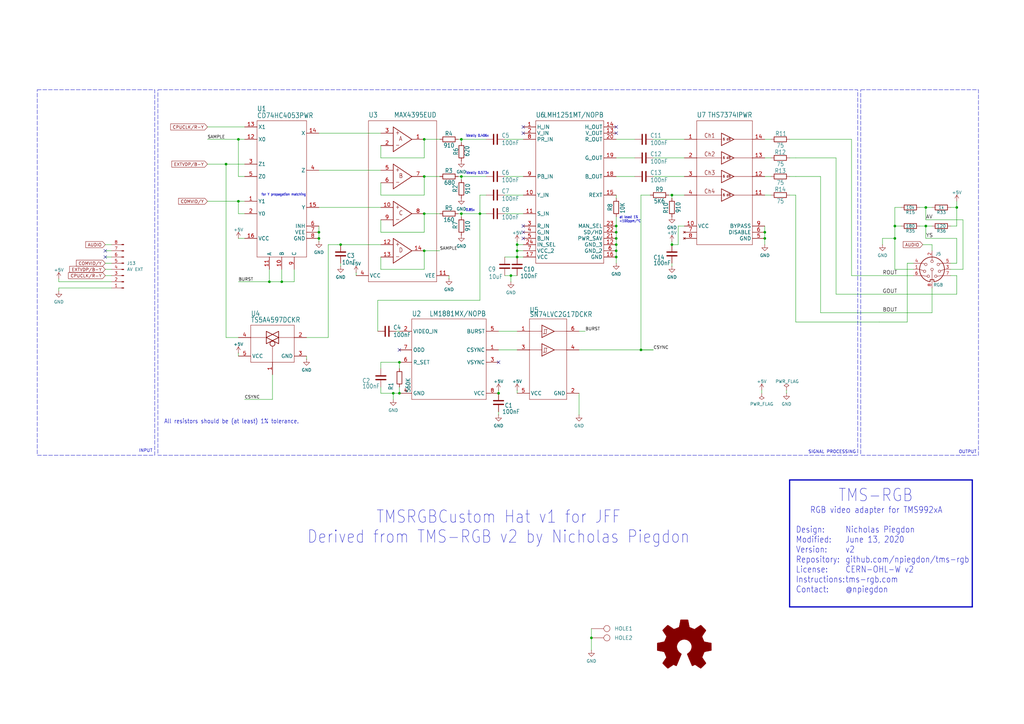
<source format=kicad_sch>
(kicad_sch (version 20250114) (generator "eeschema") (generator_version "9.0")
  (paper "A3")
  (title_block (title "TMSRGBCustom Hat v1 for JFF") (date "2025-07-13") (rev "Build1") (company "Albert Herranz") (comment 1 "CERN-OHL-W v2"))
  (lib_symbols
    (symbol "Connector:Conn_01x08_Pin" (pin_names (offset 1.016) (hide yes))
      (property "Reference" "J" (at 0 10.16 0))
      (property "Value" "Conn_01x08_Pin" (at 0 -12.7 0))
      (symbol "Conn_01x08_Pin_1_1"
        (pin passive line (at 5.08 7.62 180) (length 3.81) (name "Pin_1") (number "1"))
        (pin passive line (at 5.08 5.08 180) (length 3.81) (name "Pin_2") (number "2"))
        (pin passive line (at 5.08 2.54 180) (length 3.81) (name "Pin_3") (number "3"))
        (pin passive line (at 5.08 0 180) (length 3.81) (name "Pin_4") (number "4"))
        (pin passive line (at 5.08 -2.54 180) (length 3.81) (name "Pin_5") (number "5"))
        (pin passive line (at 5.08 -5.08 180) (length 3.81) (name "Pin_6") (number "6"))
        (pin passive line (at 5.08 -7.62 180) (length 3.81) (name "Pin_7") (number "7"))
        (pin passive line (at 5.08 -10.16 180) (length 3.81) (name "Pin_8") (number "8"))
      )
    )
    (symbol "Connector:DIN-8" (pin_names (offset 1.016))
      (property "Reference" "J" (at 3.175 5.715 0))
      (property "Value" "DIN-8" (at 2.032 -5.842 0))
      (symbol "DIN-8_1_1"
        (pin passive line (at -7.62 2.54 0) (length 2.54) (name "~") (number "4"))
        (pin passive line (at -7.62 0 0) (length 2.54) (name "~") (number "1"))
        (pin passive line (at -7.62 -2.54 0) (length 2.54) (name "~") (number "6"))
        (pin passive line (at 0 7.62 270) (length 2.54) (name "~") (number "2"))
        (pin passive line (at 0 -7.62 90) (length 2.54) (name "~") (number "8"))
        (pin passive line (at 7.62 2.54 180) (length 2.54) (name "~") (number "5"))
        (pin passive line (at 7.62 0 180) (length 2.54) (name "~") (number "3"))
        (pin passive line (at 7.62 -2.54 180) (length 2.54) (name "~") (number "7"))
      )
    )
    (symbol "Device:C" (pin_numbers (hide yes)) (pin_names (offset 0.254))
      (property "Reference" "C" (at 0.635 2.54 0))
      (property "Value" "C" (at 0.635 -2.54 0))
      (symbol "C_1_1"
        (pin passive line (at 0 3.81 270) (length 2.794) (name "~") (number "1"))
        (pin passive line (at 0 -3.81 90) (length 2.794) (name "~") (number "2"))
      )
    )
    (symbol "Device:R" (pin_numbers (hide yes)) (pin_names (offset 0))
      (property "Reference" "R" (at 2.032 0 90))
      (property "Value" "R" (at 0 0 90))
      (symbol "R_1_1"
        (pin passive line (at 0 3.81 270) (length 1.27) (name "~") (number "1"))
        (pin passive line (at 0 -3.81 90) (length 1.27) (name "~") (number "2"))
      )
    )
    (symbol "Graphic:Logo_Open_Hardware_Large" (in_bom no) (on_board no))
    (symbol "my_components:HOLE" (pin_numbers (hide yes)) (pin_names (offset 1.016) (hide yes))
      (property "Reference" "HOLE" (at 2.54 0 0))
      (symbol "HOLE_1_1"
        (pin input line (at -6.35 0 0) (length 5.08) (name "~") (number "1"))
      )
    )
    (symbol "power:+5V" (power) (pin_numbers (hide yes)) (pin_names (offset 0) (hide yes))
      (property "Value" "+5V" (at 0 3.556 0))
      (symbol "+5V_1_1"
        (pin power_in line (at 0 0 90) (length 0) (name "~") (number "1"))
      )
    )
    (symbol "power:GND" (power) (pin_numbers (hide yes)) (pin_names (offset 0) (hide yes))
      (property "Value" "GND" (at 0 -3.81 0))
      (symbol "GND_1_1"
        (pin power_in line (at 0 0 270) (length 0) (name "~") (number "1"))
      )
    )
    (symbol "power:PWR_FLAG" (power) (pin_numbers (hide yes)) (pin_names (offset 0) (hide yes))
      (property "Value" "PWR_FLAG" (at 0 3.81 0))
      (symbol "PWR_FLAG_0_0"
        (pin power_out line (at 0 0 90) (length 0) (name "~") (number "1"))
      )
    )
    (symbol "tms-rgb-eagle-import:CD74HC4053PWR"
      (symbol "CD74HC4053PWR_1_0"
        (pin bidirectional line (at -5.08 -2.54 0) (length 5.08) (name "X1") (number "13"))
        (pin bidirectional line (at -5.08 -7.62 0) (length 5.08) (name "X0") (number "12"))
        (pin bidirectional line (at -5.08 -17.78 0) (length 5.08) (name "Z1") (number "3"))
        (pin bidirectional line (at -5.08 -22.86 0) (length 5.08) (name "Z0") (number "5"))
        (pin bidirectional line (at -5.08 -33.02 0) (length 5.08) (name "Y1") (number "1"))
        (pin bidirectional line (at -5.08 -38.1 0) (length 5.08) (name "Y0") (number "2"))
        (pin power_in line (at -5.08 -48.26 0) (length 5.08) (name "VCC") (number "16"))
        (pin input line (at 5.08 -60.96 90) (length 5.08) (name "A") (number "11"))
        (pin input line (at 10.16 -60.96 90) (length 5.08) (name "B") (number "10"))
        (pin input line (at 15.24 -60.96 90) (length 5.08) (name "C") (number "9"))
        (pin bidirectional line (at 25.4 -5.08 180) (length 5.08) (name "X") (number "14"))
        (pin bidirectional line (at 25.4 -20.32 180) (length 5.08) (name "Z") (number "4"))
        (pin bidirectional line (at 25.4 -35.56 180) (length 5.08) (name "Y") (number "15"))
        (pin input line (at 25.4 -43.18 180) (length 5.08) (name "INH") (number "6"))
        (pin power_in line (at 25.4 -45.72 180) (length 5.08) (name "VEE") (number "7"))
        (pin power_in line (at 25.4 -48.26 180) (length 5.08) (name "GND") (number "8"))
      )
    )
    (symbol "tms-rgb-eagle-import:LM1881MX/NOPB"
      (symbol "LM1881MX/NOPB_1_0"
        (pin input line (at -5.08 -5.08 0) (length 5.08) (name "VIDEO_IN") (number "2"))
        (pin output line (at -5.08 -12.7 0) (length 5.08) (name "ODD") (number "7"))
        (pin passive line (at -5.08 -17.78 0) (length 5.08) (name "R_SET") (number "6"))
        (pin power_in line (at -5.08 -30.48 0) (length 5.08) (name "GND") (number "4"))
        (pin output line (at 35.56 -5.08 180) (length 5.08) (name "BURST") (number "5"))
        (pin output line (at 35.56 -12.7 180) (length 5.08) (name "CSYNC") (number "1"))
        (pin output line (at 35.56 -17.78 180) (length 5.08) (name "VSYNC") (number "3"))
        (pin power_in line (at 35.56 -30.48 180) (length 5.08) (name "VCC") (number "8"))
      )
    )
    (symbol "tms-rgb-eagle-import:LMH1251MT/NOPB"
      (symbol "LMH1251MT/NOPB_1_0"
        (pin passive line (at -5.08 -2.54 0) (length 5.08) (name "H_IN") (number "1"))
        (pin passive line (at -5.08 -5.08 0) (length 5.08) (name "V_IN") (number "2"))
        (pin input line (at -5.08 -7.62 0) (length 5.08) (name "PR_IN") (number "8"))
        (pin input line (at -5.08 -22.86 0) (length 5.08) (name "PB_IN") (number "9"))
        (pin input line (at -5.08 -30.48 0) (length 5.08) (name "Y_IN") (number "10"))
        (pin input line (at -5.08 -38.1 0) (length 5.08) (name "S_IN") (number "11"))
        (pin passive line (at -5.08 -43.18 0) (length 5.08) (name "R_IN") (number "3"))
        (pin passive line (at -5.08 -45.72 0) (length 5.08) (name "G_IN") (number "4"))
        (pin passive line (at -5.08 -48.26 0) (length 5.08) (name "B_IN") (number "5"))
        (pin input line (at -5.08 -50.8 0) (length 5.08) (name "IN_SEL") (number "24"))
        (pin passive line (at -5.08 -53.34 0) (length 5.08) (name "VCC_2") (number "7"))
        (pin passive line (at -5.08 -55.88 0) (length 5.08) (name "VCC") (number "17"))
        (pin output line (at 33.02 -2.54 180) (length 5.08) (name "H_OUT") (number "14"))
        (pin output line (at 33.02 -5.08 180) (length 5.08) (name "V_OUT") (number "13"))
        (pin output line (at 33.02 -7.62 180) (length 5.08) (name "R_OUT") (number "20"))
        (pin output line (at 33.02 -15.24 180) (length 5.08) (name "G_OUT") (number "19"))
        (pin output line (at 33.02 -22.86 180) (length 5.08) (name "B_OUT") (number "18"))
        (pin passive line (at 33.02 -30.48 180) (length 5.08) (name "REXT") (number "15"))
        (pin input line (at 33.02 -43.18 180) (length 5.08) (name "MAN_SEL") (number "23"))
        (pin input line (at 33.02 -45.72 180) (length 5.08) (name "SD/HD") (number "22"))
        (pin input line (at 33.02 -48.26 180) (length 5.08) (name "PWR_SAV") (number "21"))
        (pin passive line (at 33.02 -50.8 180) (length 5.08) (name "GND_3") (number "12"))
        (pin passive line (at 33.02 -53.34 180) (length 5.08) (name "GND_2") (number "6"))
        (pin passive line (at 33.02 -55.88 180) (length 5.08) (name "GND") (number "16"))
      )
    )
    (symbol "tms-rgb-eagle-import:MAX4395EUD"
      (symbol "MAX4395EUD_1_0"
        (text "+" (at 10.922 -5.842 0) (effects (font (size 1.778 1.5113)) (justify left bottom)))
        (text "−" (at 10.922 -10.922 0) (effects (font (size 1.778 1.5113)) (justify left bottom)))
        (text "+" (at 10.922 -21.082 0) (effects (font (size 1.778 1.5113)) (justify left bottom)))
        (text "−" (at 10.922 -26.162 0) (effects (font (size 1.778 1.5113)) (justify left bottom)))
        (text "+" (at 10.922 -36.322 0) (effects (font (size 1.778 1.5113)) (justify left bottom)))
        (text "−" (at 10.922 -41.402 0) (effects (font (size 1.778 1.5113)) (justify left bottom)))
        (text "+" (at 10.922 -51.562 0) (effects (font (size 1.778 1.5113)) (justify left bottom)))
        (text "−" (at 10.922 -56.642 0) (effects (font (size 1.778 1.5113)) (justify left bottom)))
        (text "A" (at 12.446 -8.382 0) (effects (font (size 1.778 1.5113)) (justify left bottom)))
        (text "B" (at 12.446 -23.622 0) (effects (font (size 1.778 1.5113)) (justify left bottom)))
        (text "C" (at 12.446 -38.862 0) (effects (font (size 1.778 1.5113)) (justify left bottom)))
        (text "D" (at 12.446 -54.102 0) (effects (font (size 1.778 1.5113)) (justify left bottom)))
        (pin power_in line (at -5.08 -63.5 0) (length 5.08) (name "VCC") (number "4"))
        (pin input line (at 5.08 -5.08 0) (length 5.08) (name "A+") (number "3"))
        (pin input line (at 5.08 -10.16 0) (length 5.08) (name "A-") (number "2"))
        (pin input line (at 5.08 -20.32 0) (length 5.08) (name "B+") (number "5"))
        (pin input line (at 5.08 -25.4 0) (length 5.08) (name "B-") (number "6"))
        (pin input line (at 5.08 -35.56 0) (length 5.08) (name "C+") (number "10"))
        (pin input line (at 5.08 -40.64 0) (length 5.08) (name "C-") (number "9"))
        (pin input line (at 5.08 -50.8 0) (length 5.08) (name "D+") (number "12"))
        (pin input line (at 5.08 -55.88 0) (length 5.08) (name "D-") (number "13"))
        (pin output line (at 22.86 -7.62 180) (length 5.08) (name "A") (number "1"))
        (pin output line (at 22.86 -22.86 180) (length 5.08) (name "B") (number "7"))
        (pin output line (at 22.86 -38.1 180) (length 5.08) (name "C") (number "8"))
        (pin output line (at 22.86 -53.34 180) (length 5.08) (name "D") (number "14"))
        (pin power_in line (at 33.02 -63.5 180) (length 5.08) (name "VEE") (number "11"))
      )
    )
    (symbol "tms-rgb-eagle-import:SN74LVC2G17DCKR"
      (symbol "SN74LVC2G17DCKR_1_0"
        (pin input line (at -5.08 -5.08 0) (length 5.08) (name "1A") (number "1"))
        (pin input line (at -5.08 -12.7 0) (length 5.08) (name "2A") (number "3"))
        (pin power_in line (at -5.08 -30.48 0) (length 5.08) (name "VCC") (number "5"))
        (pin output line (at 20.32 -5.08 180) (length 5.08) (name "1Y") (number "6"))
        (pin output line (at 20.32 -12.7 180) (length 5.08) (name "2Y") (number "4"))
        (pin power_in line (at 20.32 -30.48 180) (length 5.08) (name "GND") (number "2"))
      )
    )
    (symbol "tms-rgb-eagle-import:THS7374IPWR"
      (symbol "THS7374IPWR_1_0"
        (text "Ch1" (at 3.048 -7.112 0) (effects (font (size 1.778 1.5113)) (justify left bottom)))
        (text "Ch2" (at 3.048 -14.732 0) (effects (font (size 1.778 1.5113)) (justify left bottom)))
        (text "Ch3" (at 3.048 -22.352 0) (effects (font (size 1.778 1.5113)) (justify left bottom)))
        (text "Ch4" (at 3.048 -29.972 0) (effects (font (size 1.778 1.5113)) (justify left bottom)))
        (text "6 dB" (at 10.668 -8.128 0) (effects (font (size 1.016 0.8636)) (justify left bottom)))
        (text "6 dB" (at 10.668 -15.748 0) (effects (font (size 1.016 0.8636)) (justify left bottom)))
        (text "6 dB" (at 10.668 -23.368 0) (effects (font (size 1.016 0.8636)) (justify left bottom)))
        (text "6 dB" (at 10.668 -30.988 0) (effects (font (size 1.016 0.8636)) (justify left bottom)))
        (pin input line (at -5.08 -7.62 0) (length 5.08) (name "CH1IN") (number "1"))
        (pin input line (at -5.08 -15.24 0) (length 5.08) (name "CH2IN") (number "2"))
        (pin input line (at -5.08 -22.86 0) (length 5.08) (name "CH3IN") (number "3"))
        (pin input line (at -5.08 -30.48 0) (length 5.08) (name "CH4IN") (number "4"))
        (pin power_in line (at -5.08 -43.18 0) (length 5.08) (name "VCC") (number "10"))
        (pin no_connect line (at -5.08 -45.72 0) (length 5.08) (name "NC_2") (number "7"))
        (pin no_connect line (at -5.08 -48.26 0) (length 5.08) (name "NC") (number "8"))
        (pin output line (at 27.94 -7.62 180) (length 5.08) (name "CH1OUT") (number "14"))
        (pin output line (at 27.94 -15.24 180) (length 5.08) (name "CH2OUT") (number "13"))
        (pin output line (at 27.94 -22.86 180) (length 5.08) (name "CH3OUT") (number "12"))
        (pin output line (at 27.94 -30.48 180) (length 5.08) (name "CH4OUT") (number "11"))
        (pin passive line (at 27.94 -43.18 180) (length 5.08) (name "BYPASS") (number "9"))
        (pin passive line (at 27.94 -45.72 180) (length 5.08) (name "DISABLE") (number "6"))
        (pin power_in line (at 27.94 -48.26 180) (length 5.08) (name "GND") (number "5"))
      )
    )
    (symbol "tms-rgb-eagle-import:TS5A4597DCKR"
      (symbol "TS5A4597DCKR_1_0"
        (pin passive line (at -5.08 -5.08 0) (length 5.08) (name "NC") (number "4"))
        (pin power_in line (at -5.08 -12.7 0) (length 5.08) (name "VCC") (number "5"))
        (pin input line (at 8.89 -20.32 90) (length 5.08) (name "IN") (number "1"))
        (pin passive line (at 22.86 -5.08 180) (length 5.08) (name "COM") (number "2"))
        (pin power_in line (at 22.86 -12.7 180) (length 5.08) (name "GND") (number "3"))
      )
    )
  )
  (rectangle (start 15.24 36.83) (end 63.5 186.69) (stroke (width 0) (type dash)))
  (rectangle (start 64.77 36.83) (end 351.79 186.69) (stroke (width 0) (type dash)))
  (rectangle (start 353.06 36.83) (end 401.32 186.69) (stroke (width 0) (type dash)))
  (text "for Y propagation matching" (at 107.188 80.518 0) (effects (font (size 1.016 0.8636)) (justify left bottom)))
  (text "${TITLE}\nDerived from TMS-RGB v2 by Nicholas Piegdon" (at 204.47 223.266 0) (effects (font (size 5.08 4.318)) (justify bottom)))
  (text "OUTPUT" (at 393.192 186.182 0) (effects (font (size 1.27 1.27)) (justify left bottom)))
  (text "at least 1%\n<100ppm/°C" (at 254 91.44 0) (effects (font (size 1.016 0.8636)) (justify left bottom)))
  (text "TMS-RGB" (at 359.156 206.248 0) (effects (font (size 5.08 4.318)) (justify bottom)))
  (text "ideally 0.573x" (at 191.008 71.628 0) (effects (font (size 1.016 0.8636)) (justify left bottom)))
  (text "SIGNAL PROCESSING" (at 331.47 186.182 0) (effects (font (size 1.27 1.27)) (justify left bottom)))
  (text "Nicholas Piegdon\nJune 13, 2020\nv2\ngithub.com/npiegdon/tms-rgb\nCERN-OHL-W v2\ntms-rgb.com\n@npiegdon" (at 346.71 215.9 0) (effects (font (size 2.54 2.159)) (justify left top)))
  (text "All resistors should be (at least) 1% tolerance." (at 67.31 173.99 0) (effects (font (size 1.778 1.5113)) (justify left bottom)))
  (text "RGB video adapter for TMS992xA" (at 359.41 210.82 0) (effects (font (size 2.54 2.159)) (justify bottom)))
  (text "Design:\nModified:\nVersion:\nRepository:\nLicense:\nInstructions:\nContact:" (at 326.39 215.9 0) (effects (font (size 2.54 2.159)) (justify left top)))
  (text "0.85x" (at 191.008 86.868 0) (effects (font (size 1.016 0.8636)) (justify left bottom)))
  (text "ideally 0.406x" (at 191.008 56.388 0) (effects (font (size 1.016 0.8636)) (justify left bottom)))
  (text "INPUT" (at 56.896 185.674 0) (effects (font (size 1.27 1.27)) (justify left bottom)))
  (junction (at 313.69 97.79))
  (junction (at 130.81 97.79))
  (junction (at 97.79 82.55))
  (junction (at 252.73 92.71))
  (junction (at 139.7 100.33))
  (junction (at 367.03 97.79))
  (junction (at 173.99 87.63))
  (junction (at 189.23 72.39))
  (junction (at 92.71 67.31))
  (junction (at 379.73 92.71))
  (junction (at 252.73 97.79))
  (junction (at 110.49 115.57))
  (junction (at 173.99 102.87))
  (junction (at 242.57 261.62))
  (junction (at 130.81 95.25))
  (junction (at 392.43 85.09))
  (junction (at 163.83 161.29))
  (junction (at 196.85 87.63))
  (junction (at 212.09 100.33))
  (junction (at 204.47 161.29))
  (junction (at 161.29 161.29))
  (junction (at 313.69 95.25))
  (junction (at 173.99 57.15))
  (junction (at 275.59 80.01))
  (junction (at 252.73 95.25))
  (junction (at 379.73 85.09))
  (junction (at 252.73 102.87))
  (junction (at 212.09 102.87))
  (junction (at 367.03 92.71))
  (junction (at 209.55 113.03))
  (junction (at 212.09 105.41))
  (junction (at 262.89 143.51))
  (junction (at 173.99 72.39))
  (junction (at 275.59 100.33))
  (junction (at 115.57 115.57))
  (junction (at 163.83 148.59))
  (junction (at 97.79 57.15))
  (junction (at 189.23 87.63))
  (junction (at 252.73 100.33))
  (junction (at 189.23 57.15))
  (junction (at 252.73 105.41))
  (no_connect (at 252.73 52.07))
  (no_connect (at 43.18 102.87))
  (no_connect (at 214.63 54.61))
  (no_connect (at 214.63 95.25))
  (no_connect (at 214.63 92.71))
  (no_connect (at 252.73 54.61))
  (no_connect (at 43.18 105.41))
  (no_connect (at 163.83 143.51))
  (no_connect (at 204.47 148.59))
  (no_connect (at 214.63 52.07))
  (no_connect (at 214.63 97.79))
  (wire (pts (xy 252.73 100.33) (xy 252.73 102.87)) (stroke (width 0.1524)))
  (wire (pts (xy 85.09 52.07) (xy 100.33 52.07)) (stroke (width 0.1524)))
  (wire (pts (xy 382.27 100.33) (xy 382.27 102.87)))
  (wire (pts (xy 252.73 97.79) (xy 252.73 100.33)) (stroke (width 0.1524)))
  (wire (pts (xy 187.96 57.15) (xy 189.23 57.15)) (stroke (width 0.1524)))
  (wire (pts (xy 100.33 72.39) (xy 97.79 72.39)) (stroke (width 0.1524)))
  (wire (pts (xy 349.25 57.15) (xy 349.25 113.03)) (stroke (width 0.1524)))
  (wire (pts (xy 389.89 107.95) (xy 392.43 107.95)))
  (wire (pts (xy 275.59 80.01) (xy 280.67 80.01)) (stroke (width 0.1524)))
  (wire (pts (xy 24.13 115.57) (xy 45.72 115.57)))
  (wire (pts (xy 367.03 110.49) (xy 367.03 97.79)))
  (wire (pts (xy 267.97 143.51) (xy 262.89 143.51)))
  (wire (pts (xy 154.94 123.19) (xy 154.94 135.89)) (stroke (width 0.1524)))
  (wire (pts (xy 187.96 87.63) (xy 189.23 87.63)) (stroke (width 0.1524)))
  (wire (pts (xy 189.23 88.9) (xy 189.23 87.63)) (stroke (width 0.1524)))
  (wire (pts (xy 252.73 102.87) (xy 252.73 105.41)) (stroke (width 0.1524)))
  (wire (pts (xy 207.01 113.03) (xy 209.55 113.03)) (stroke (width 0.1524)))
  (wire (pts (xy 392.43 85.09) (xy 392.43 92.71)))
  (wire (pts (xy 360.68 132.08) (xy 372.11 132.08)))
  (wire (pts (xy 173.99 87.63) (xy 180.34 87.63)) (stroke (width 0.1524)))
  (wire (pts (xy 262.89 80.01) (xy 262.89 143.51)) (stroke (width 0.1524)))
  (wire (pts (xy 394.97 110.49) (xy 394.97 90.17)))
  (wire (pts (xy 212.09 100.33) (xy 212.09 102.87)) (stroke (width 0.1524)))
  (wire (pts (xy 313.69 100.33) (xy 313.69 97.79)))
  (wire (pts (xy 130.81 95.25) (xy 130.81 92.71)) (stroke (width 0.1524)))
  (polyline (pts (xy 398.78 248.92) (xy 398.78 196.85)) (stroke (width 0.508) (type solid)))
  (wire (pts (xy 377.19 92.71) (xy 379.73 92.71)))
  (wire (pts (xy 173.99 57.15) (xy 180.34 57.15)) (stroke (width 0.1524)))
  (wire (pts (xy 24.13 118.11) (xy 24.13 119.38)))
  (wire (pts (xy 342.9 64.77) (xy 326.39 64.77)))
  (wire (pts (xy 196.85 87.63) (xy 196.85 123.19)) (stroke (width 0.1524)))
  (wire (pts (xy 379.73 97.79) (xy 392.43 97.79)))
  (wire (pts (xy 97.79 97.79) (xy 100.33 97.79)))
  (wire (pts (xy 156.21 80.01) (xy 173.99 80.01)) (stroke (width 0.1524)))
  (wire (pts (xy 43.18 105.41) (xy 45.72 105.41)))
  (wire (pts (xy 312.42 161.29) (xy 312.42 160.02)))
  (wire (pts (xy 100.33 163.83) (xy 111.76 163.83)) (stroke (width 0.1524)))
  (wire (pts (xy 130.81 54.61) (xy 156.21 54.61)) (stroke (width 0.1524)))
  (wire (pts (xy 275.59 81.28) (xy 275.59 80.01)) (stroke (width 0.1524)))
  (wire (pts (xy 24.13 115.57) (xy 24.13 114.3)))
  (wire (pts (xy 326.39 132.08) (xy 360.68 132.08)) (stroke (width 0.1524)))
  (wire (pts (xy 115.57 115.57) (xy 120.65 115.57)) (stroke (width 0.1524)))
  (wire (pts (xy 212.09 105.41) (xy 207.01 105.41)) (stroke (width 0.1524)))
  (wire (pts (xy 379.73 90.17) (xy 379.73 85.09)))
  (wire (pts (xy 342.9 120.65) (xy 342.9 64.77)))
  (wire (pts (xy 189.23 57.15) (xy 199.39 57.15)) (stroke (width 0.1524)))
  (wire (pts (xy 262.89 143.51) (xy 237.49 143.51)) (stroke (width 0.1524)))
  (wire (pts (xy 252.73 95.25) (xy 252.73 97.79)) (stroke (width 0.1524)))
  (wire (pts (xy 275.59 99.06) (xy 275.59 100.33)))
  (wire (pts (xy 361.95 97.79) (xy 361.95 100.33)))
  (wire (pts (xy 378.46 100.33) (xy 382.27 100.33)))
  (wire (pts (xy 184.15 114.3) (xy 184.15 113.03)))
  (wire (pts (xy 372.11 107.95) (xy 372.11 132.08)))
  (wire (pts (xy 43.18 102.87) (xy 45.72 102.87)))
  (wire (pts (xy 92.71 67.31) (xy 100.33 67.31)) (stroke (width 0.1524)))
  (wire (pts (xy 173.99 95.25) (xy 173.99 87.63)) (stroke (width 0.1524)))
  (wire (pts (xy 367.03 97.79) (xy 361.95 97.79)))
  (wire (pts (xy 156.21 64.77) (xy 173.99 64.77)) (stroke (width 0.1524)))
  (wire (pts (xy 252.73 57.15) (xy 260.35 57.15)) (stroke (width 0.1524)))
  (wire (pts (xy 43.18 107.95) (xy 45.72 107.95)))
  (wire (pts (xy 392.43 113.03) (xy 392.43 120.65)))
  (wire (pts (xy 97.79 87.63) (xy 100.33 87.63)) (stroke (width 0.1524)))
  (wire (pts (xy 207.01 72.39) (xy 214.63 72.39)) (stroke (width 0.1524)))
  (wire (pts (xy 97.79 57.15) (xy 97.79 72.39)) (stroke (width 0.1524)))
  (wire (pts (xy 316.23 80.01) (xy 313.69 80.01)) (stroke (width 0.1524)))
  (wire (pts (xy 97.79 115.57) (xy 110.49 115.57)) (stroke (width 0.1524)))
  (wire (pts (xy 336.55 128.27) (xy 336.55 72.39)))
  (wire (pts (xy 237.49 170.18) (xy 237.49 161.29)))
  (wire (pts (xy 156.21 161.29) (xy 161.29 161.29)) (stroke (width 0.1524)))
  (wire (pts (xy 85.09 57.15) (xy 97.79 57.15)) (stroke (width 0.1524)))
  (wire (pts (xy 316.23 64.77) (xy 313.69 64.77)) (stroke (width 0.1524)))
  (wire (pts (xy 278.13 100.33) (xy 275.59 100.33)) (stroke (width 0.1524)))
  (wire (pts (xy 156.21 59.69) (xy 156.21 64.77)) (stroke (width 0.1524)))
  (wire (pts (xy 43.18 100.33) (xy 45.72 100.33)))
  (wire (pts (xy 209.55 115.57) (xy 209.55 113.03)))
  (wire (pts (xy 163.83 151.13) (xy 163.83 148.59)) (stroke (width 0.1524)))
  (wire (pts (xy 97.79 82.55) (xy 97.79 87.63)) (stroke (width 0.1524)))
  (wire (pts (xy 389.89 92.71) (xy 392.43 92.71)))
  (wire (pts (xy 278.13 92.71) (xy 278.13 100.33)) (stroke (width 0.1524)))
  (wire (pts (xy 156.21 148.59) (xy 156.21 151.13)) (stroke (width 0.1524)))
  (wire (pts (xy 369.57 85.09) (xy 367.03 85.09)))
  (polyline (pts (xy 398.78 196.85) (xy 323.85 196.85)) (stroke (width 0.508) (type solid)))
  (wire (pts (xy 85.09 67.31) (xy 92.71 67.31)) (stroke (width 0.1524)))
  (wire (pts (xy 252.73 107.95) (xy 252.73 105.41)))
  (wire (pts (xy 204.47 143.51) (xy 212.09 143.51)) (stroke (width 0.1524)))
  (wire (pts (xy 266.7 80.01) (xy 262.89 80.01)) (stroke (width 0.1524)))
  (wire (pts (xy 130.81 85.09) (xy 156.21 85.09)) (stroke (width 0.1524)))
  (wire (pts (xy 156.21 74.93) (xy 156.21 80.01)) (stroke (width 0.1524)))
  (wire (pts (xy 163.83 148.59) (xy 156.21 148.59)) (stroke (width 0.1524)))
  (wire (pts (xy 207.01 57.15) (xy 214.63 57.15)) (stroke (width 0.1524)))
  (wire (pts (xy 161.29 161.29) (xy 161.29 163.83)) (stroke (width 0.1524)))
  (wire (pts (xy 97.79 144.78) (xy 97.79 146.05)))
  (wire (pts (xy 138.43 100.33) (xy 139.7 100.33)))
  (wire (pts (xy 146.05 111.76) (xy 146.05 113.03)))
  (wire (pts (xy 326.39 80.01) (xy 323.85 80.01)) (stroke (width 0.1524)))
  (wire (pts (xy 189.23 58.42) (xy 189.23 57.15)) (stroke (width 0.1524)))
  (wire (pts (xy 156.21 90.17) (xy 156.21 95.25)) (stroke (width 0.1524)))
  (wire (pts (xy 187.96 72.39) (xy 189.23 72.39)) (stroke (width 0.1524)))
  (wire (pts (xy 196.85 80.01) (xy 196.85 87.63)) (stroke (width 0.1524)))
  (wire (pts (xy 252.73 81.28) (xy 252.73 80.01)) (stroke (width 0.1524)))
  (wire (pts (xy 173.99 80.01) (xy 173.99 72.39)) (stroke (width 0.1524)))
  (polyline (pts (xy 323.85 248.92) (xy 398.78 248.92)) (stroke (width 0.508) (type solid)))
  (wire (pts (xy 97.79 57.15) (xy 100.33 57.15)) (stroke (width 0.1524)))
  (wire (pts (xy 394.97 90.17) (xy 379.73 90.17)))
  (wire (pts (xy 130.81 97.79) (xy 130.81 95.25)) (stroke (width 0.1524)))
  (wire (pts (xy 125.73 147.32) (xy 125.73 146.05)))
  (wire (pts (xy 196.85 123.19) (xy 154.94 123.19)) (stroke (width 0.1524)))
  (wire (pts (xy 139.7 109.22) (xy 139.7 107.95)))
  (wire (pts (xy 173.99 102.87) (xy 180.34 102.87)) (stroke (width 0.1524)))
  (wire (pts (xy 134.62 100.33) (xy 138.43 100.33)) (stroke (width 0.1524)))
  (wire (pts (xy 207.01 80.01) (xy 214.63 80.01)) (stroke (width 0.1524)))
  (wire (pts (xy 313.69 95.25) (xy 313.69 92.71)) (stroke (width 0.1524)))
  (wire (pts (xy 252.73 92.71) (xy 252.73 95.25)) (stroke (width 0.1524)))
  (wire (pts (xy 242.57 257.81) (xy 242.57 261.62)))
  (wire (pts (xy 209.55 113.03) (xy 212.09 113.03)) (stroke (width 0.1524)))
  (wire (pts (xy 212.09 102.87) (xy 212.09 105.41)) (stroke (width 0.1524)))
  (wire (pts (xy 242.57 261.62) (xy 242.57 266.7)))
  (wire (pts (xy 252.73 88.9) (xy 252.73 92.71)) (stroke (width 0.1524)))
  (wire (pts (xy 336.55 72.39) (xy 326.39 72.39)))
  (wire (pts (xy 326.39 72.39) (xy 323.85 72.39)) (stroke (width 0.1524)))
  (wire (pts (xy 275.59 109.22) (xy 275.59 107.95)))
  (wire (pts (xy 110.49 110.49) (xy 110.49 115.57)) (stroke (width 0.1524)))
  (wire (pts (xy 369.57 92.71) (xy 367.03 92.71)))
  (wire (pts (xy 262.89 143.51) (xy 267.97 143.51)) (stroke (width 0.1524)))
  (wire (pts (xy 280.67 92.71) (xy 278.13 92.71)) (stroke (width 0.1524)))
  (wire (pts (xy 212.09 102.87) (xy 214.63 102.87)) (stroke (width 0.1524)))
  (wire (pts (xy 24.13 118.11) (xy 45.72 118.11)))
  (wire (pts (xy 92.71 67.31) (xy 92.71 138.43)) (stroke (width 0.1524)))
  (wire (pts (xy 43.18 113.03) (xy 45.72 113.03)))
  (wire (pts (xy 111.76 163.83) (xy 111.76 153.67)) (stroke (width 0.1524)))
  (wire (pts (xy 156.21 105.41) (xy 156.21 110.49)) (stroke (width 0.1524)))
  (wire (pts (xy 336.55 128.27) (xy 382.27 128.27)))
  (wire (pts (xy 196.85 87.63) (xy 199.39 87.63)) (stroke (width 0.1524)))
  (wire (pts (xy 163.83 161.29) (xy 161.29 161.29)) (stroke (width 0.1524)))
  (wire (pts (xy 367.03 92.71) (xy 367.03 97.79)))
  (wire (pts (xy 349.25 113.03) (xy 374.65 113.03)))
  (wire (pts (xy 120.65 110.49) (xy 120.65 115.57)) (stroke (width 0.1524)))
  (wire (pts (xy 97.79 82.55) (xy 100.33 82.55)) (stroke (width 0.1524)))
  (wire (pts (xy 389.89 110.49) (xy 394.97 110.49)))
  (wire (pts (xy 212.09 105.41) (xy 214.63 105.41)) (stroke (width 0.1524)))
  (wire (pts (xy 379.73 92.71) (xy 382.27 92.71)))
  (wire (pts (xy 207.01 87.63) (xy 214.63 87.63)) (stroke (width 0.1524)))
  (wire (pts (xy 156.21 110.49) (xy 173.99 110.49)) (stroke (width 0.1524)))
  (wire (pts (xy 173.99 64.77) (xy 173.99 57.15)) (stroke (width 0.1524)))
  (wire (pts (xy 156.21 95.25) (xy 173.99 95.25)) (stroke (width 0.1524)))
  (wire (pts (xy 342.9 120.65) (xy 392.43 120.65)))
  (wire (pts (xy 374.65 107.95) (xy 372.11 107.95)))
  (wire (pts (xy 379.73 85.09) (xy 377.19 85.09)))
  (wire (pts (xy 92.71 138.43) (xy 97.79 138.43)) (stroke (width 0.1524)))
  (wire (pts (xy 313.69 97.79) (xy 313.69 95.25)) (stroke (width 0.1524)))
  (wire (pts (xy 367.03 85.09) (xy 367.03 92.71)))
  (wire (pts (xy 389.89 85.09) (xy 392.43 85.09)))
  (wire (pts (xy 204.47 161.29) (xy 204.47 160.02)))
  (wire (pts (xy 204.47 170.18) (xy 204.47 168.91)))
  (wire (pts (xy 162.56 135.89) (xy 163.83 135.89)) (stroke (width 0.1524)))
  (wire (pts (xy 379.73 85.09) (xy 382.27 85.09)))
  (wire (pts (xy 130.81 99.06) (xy 130.81 97.79)))
  (wire (pts (xy 134.62 100.33) (xy 134.62 138.43)) (stroke (width 0.1524)))
  (wire (pts (xy 392.43 82.55) (xy 392.43 85.09)))
  (wire (pts (xy 189.23 87.63) (xy 196.85 87.63)) (stroke (width 0.1524)))
  (wire (pts (xy 173.99 110.49) (xy 173.99 102.87)) (stroke (width 0.1524)))
  (wire (pts (xy 326.39 80.01) (xy 326.39 132.08)) (stroke (width 0.1524)))
  (wire (pts (xy 316.23 72.39) (xy 313.69 72.39)) (stroke (width 0.1524)))
  (wire (pts (xy 199.39 80.01) (xy 196.85 80.01)) (stroke (width 0.1524)))
  (wire (pts (xy 323.85 57.15) (xy 349.25 57.15)) (stroke (width 0.1524)))
  (wire (pts (xy 189.23 73.66) (xy 189.23 72.39)) (stroke (width 0.1524)))
  (wire (pts (xy 316.23 57.15) (xy 313.69 57.15)) (stroke (width 0.1524)))
  (wire (pts (xy 139.7 100.33) (xy 156.21 100.33)) (stroke (width 0.1524)))
  (wire (pts (xy 237.49 135.89) (xy 240.03 135.89)) (stroke (width 0.1524)))
  (wire (pts (xy 379.73 92.71) (xy 379.73 97.79)))
  (wire (pts (xy 110.49 115.57) (xy 115.57 115.57)) (stroke (width 0.1524)))
  (wire (pts (xy 130.81 69.85) (xy 156.21 69.85)) (stroke (width 0.1524)))
  (wire (pts (xy 85.09 82.55) (xy 97.79 82.55)) (stroke (width 0.1524)))
  (wire (pts (xy 115.57 115.57) (xy 115.57 110.49)) (stroke (width 0.1524)))
  (wire (pts (xy 392.43 97.79) (xy 392.43 107.95)))
  (wire (pts (xy 156.21 161.29) (xy 156.21 158.75)) (stroke (width 0.1524)))
  (wire (pts (xy 163.83 158.75) (xy 163.83 161.29)) (stroke (width 0.1524)))
  (wire (pts (xy 389.89 113.03) (xy 392.43 113.03)))
  (wire (pts (xy 134.62 138.43) (xy 125.73 138.43)) (stroke (width 0.1524)))
  (wire (pts (xy 204.47 135.89) (xy 212.09 135.89)) (stroke (width 0.1524)))
  (wire (pts (xy 173.99 72.39) (xy 180.34 72.39)) (stroke (width 0.1524)))
  (wire (pts (xy 267.97 64.77) (xy 280.67 64.77)) (stroke (width 0.1524)))
  (wire (pts (xy 374.65 110.49) (xy 367.03 110.49)))
  (wire (pts (xy 252.73 72.39) (xy 260.35 72.39)) (stroke (width 0.1524)))
  (wire (pts (xy 212.09 160.02) (xy 212.09 161.29)))
  (wire (pts (xy 274.32 80.01) (xy 275.59 80.01)) (stroke (width 0.1524)))
  (polyline (pts (xy 323.85 196.85) (xy 323.85 248.92)) (stroke (width 0.508) (type solid)))
  (wire (pts (xy 212.09 99.06) (xy 212.09 100.33)))
  (wire (pts (xy 382.27 118.11) (xy 382.27 128.27)))
  (wire (pts (xy 322.58 160.02) (xy 322.58 161.29)))
  (wire (pts (xy 267.97 57.15) (xy 280.67 57.15)) (stroke (width 0.1524)))
  (wire (pts (xy 214.63 100.33) (xy 212.09 100.33)) (stroke (width 0.1524)))
  (wire (pts (xy 326.39 64.77) (xy 323.85 64.77)) (stroke (width 0.1524)))
  (wire (pts (xy 267.97 72.39) (xy 280.67 72.39)) (stroke (width 0.1524)))
  (wire (pts (xy 189.23 72.39) (xy 199.39 72.39)) (stroke (width 0.1524)))
  (wire (pts (xy 252.73 64.77) (xy 260.35 64.77)) (stroke (width 0.1524)))
  (wire (pts (xy 43.18 110.49) (xy 45.72 110.49)))
  (label "SAMPLE" (at 85.09 57.15 0) (effects (font (size 1.2446 1.2446))))
  (label "BURST" (at 97.79 115.57 0) (effects (font (size 1.2446 1.2446))))
  (label "ROUT" (at 361.95 113.03 0) (effects (font (size 1.524 1.524))))
  (label "BOUT" (at 361.95 128.27 0) (effects (font (size 1.524 1.524))))
  (label "SAMPLE" (at 180.34 102.87 0) (effects (font (size 1.2446 1.2446))))
  (label "BURST" (at 240.03 135.89 0) (effects (font (size 1.2446 1.2446))))
  (label "AV" (at 379.73 90.17 0) (effects (font (size 1.524 1.524))))
  (label "GOUT" (at 361.95 120.65 0) (effects (font (size 1.524 1.524))))
  (label "CSYNC" (at 267.97 143.51 0) (effects (font (size 1.2446 1.2446))))
  (label "YS" (at 379.73 97.79 0) (effects (font (size 1.524 1.524))))
  (label "CSYNC" (at 100.33 163.83 0) (effects (font (size 1.2446 1.2446))))
  (global_label "AUDIO" (shape input) (at 378.46 100.33 180) (property "Intersheetrefs" "${INTERSHEET_REFS}" (effects (hide yes))))
  (global_label "EXTVDP{slash}B-Y" (shape input) (at 85.09 67.31 180) (property "Intersheetrefs" "${INTERSHEET_REFS}" (effects (hide yes))))
  (global_label "EXTVDP{slash}B-Y" (shape input) (at 43.18 110.49 180) (property "Intersheetrefs" "${INTERSHEET_REFS}" (effects (hide yes))))
  (global_label "COMVID{slash}Y" (shape input) (at 85.09 82.55 180) (property "Intersheetrefs" "${INTERSHEET_REFS}" (effects (hide yes))))
  (global_label "AUDIO" (shape input) (at 43.18 100.33 180) (property "Intersheetrefs" "${INTERSHEET_REFS}" (effects (hide yes))))
  (global_label "COMVID{slash}Y" (shape input) (at 43.18 107.95 180) (property "Intersheetrefs" "${INTERSHEET_REFS}" (effects (hide yes))))
  (global_label "CPUCLK{slash}R-Y" (shape input) (at 43.18 113.03 180) (property "Intersheetrefs" "${INTERSHEET_REFS}" (effects (hide yes))))
  (global_label "CPUCLK{slash}R-Y" (shape input) (at 85.09 52.07 180) (property "Intersheetrefs" "${INTERSHEET_REFS}" (effects (hide yes))))
  (symbol (lib_id "Device:R") (at 386.08 85.09 90) (mirror x) (unit 1)
    (property "Reference" "R33" (at 386.08 87.122 90))
    (property "Value" "1k" (at 386.08 85.09 90))
    (property "Footprint" "Resistor_SMD:R_0805_2012Metric_Pad1.20x1.40mm_HandSolder" (effects (hide yes)))
  )
  (symbol (lib_id "Device:R") (at 373.38 92.71 90) (mirror x) (unit 1)
    (property "Reference" "R35" (at 373.38 94.742 90))
    (property "Value" "180" (at 373.38 92.71 90))
    (property "Footprint" "Resistor_SMD:R_0805_2012Metric_Pad1.20x1.40mm_HandSolder" (effects (hide yes)))
  )
  (symbol (lib_id "Device:R") (at 386.08 92.71 90) (mirror x) (unit 1)
    (property "Reference" "R36" (at 386.08 94.742 90))
    (property "Value" "120" (at 386.08 92.71 90))
    (property "Footprint" "Resistor_SMD:R_0805_2012Metric_Pad1.20x1.40mm_HandSolder" (effects (hide yes)))
  )
  (symbol (lib_id "Connector:DIN-8") (at 382.27 110.49 0) (unit 1)
    (property "Reference" "J5" (at 384.81 104.14 0))
    (property "Value" "RGB" (at 384.81 116.84 0))
    (property "Footprint" "My_Components:DIN8_eu" (effects (hide yes)))
    (property "Datasheet" "http://www.mouser.com/ds/2/18/40_c091_abd_e-75918.pdf" (effects (hide yes)))
  )
  (symbol (lib_id "Device:R") (at 320.04 80.01 90) (unit 1)
    (property "Reference" "R14" (at 320.04 76.708 90) (effects (font (size 1.778 1.5113)) (justify bottom)))
    (property "Value" "75" (at 320.04 81.534 90) (effects (font (size 1.778 1.5113)) (justify bottom)))
    (property "Footprint" "Resistor_SMD:R_0805_2012Metric_Pad1.20x1.40mm_HandSolder" (effects (hide yes)))
    (property "Description" "Resistor" (effects (hide yes)))
  )
  (symbol (lib_id "power:GND") (at 139.7 109.22 0) (unit 1)
    (property "Reference" "#PWR016" (effects (hide yes)))
    (property "Value" "GND" (at 139.7 113.6634 0))
  )
  (symbol (lib_id "power:+5V") (at 212.09 160.02 0) (unit 1)
    (property "Reference" "#PWR024" (effects (hide yes)))
    (property "Value" "+5V" (at 212.09 156.4442 0))
  )
  (symbol (lib_id "Device:R") (at 275.59 85.09 180) (unit 1)
    (property "Reference" "R10" (at 274.066 87.63 90) (effects (font (size 1.778 1.5113)) (justify right top)))
    (property "Value" "910" (at 279.146 87.376 90) (effects (font (size 1.778 1.5113)) (justify right top)))
    (property "Footprint" "Resistor_SMD:R_0805_2012Metric_Pad1.20x1.40mm_HandSolder" (effects (hide yes)))
    (property "Description" "Resistor" (effects (hide yes)))
  )
  (symbol (lib_id "Device:R") (at 270.51 80.01 90) (unit 1)
    (property "Reference" "R9" (at 272.034 76.708 90) (effects (font (size 1.778 1.5113)) (justify left bottom)))
    (property "Value" "5K6" (at 272.796 81.534 90) (effects (font (size 1.778 1.5113)) (justify left bottom)))
    (property "Footprint" "Resistor_SMD:R_0805_2012Metric_Pad1.20x1.40mm_HandSolder" (effects (hide yes)))
    (property "Description" "Resistor" (effects (hide yes)))
  )
  (symbol (lib_id "power:GND") (at 361.95 100.33 0) (unit 1)
    (property "Reference" "#PWR028" (effects (hide yes)))
    (property "Value" "GND" (at 361.95 104.7734 0))
  )
  (symbol (lib_id "power:GND") (at 189.23 96.52 0) (unit 1)
    (property "Reference" "#PWR015" (effects (hide yes)))
    (property "Value" "GND" (at 189.23 100.9634 0))
  )
  (symbol (lib_id "Device:C") (at 156.21 154.94 0) (unit 1)
    (property "Reference" "C2" (at 148.59 157.099 0) (effects (font (size 1.778 1.5113)) (justify left bottom)))
    (property "Value" "100nF" (at 148.59 159.385 0) (effects (font (size 1.778 1.5113)) (justify left bottom)))
    (property "Footprint" "Capacitor_SMD:C_0805_2012Metric_Pad1.18x1.45mm_HandSolder" (effects (hide yes)))
    (property "Description" "Unpolarized capacitor" (effects (hide yes)))
  )
  (symbol (lib_id "power:GND") (at 184.15 114.3 0) (unit 1)
    (property "Reference" "#PWR010" (effects (hide yes)))
    (property "Value" "GND" (at 184.15 118.7434 0))
  )
  (symbol (lib_id "power:GND") (at 242.57 266.7 0) (unit 1)
    (property "Reference" "#PWR019" (effects (hide yes)))
    (property "Value" "GND" (at 242.57 271.1434 0))
  )
  (symbol (lib_id "Device:C") (at 203.2 72.39 90) (unit 1)
    (property "Reference" "C6" (at 205.74 71.755 90) (effects (font (size 1.778 1.5113)) (justify right top)))
    (property "Value" "100nF" (at 205.74 74.803 90) (effects (font (size 1.778 1.5113)) (justify right top)))
    (property "Footprint" "Capacitor_SMD:C_0805_2012Metric_Pad1.18x1.45mm_HandSolder" (effects (hide yes)))
    (property "Description" "Unpolarized capacitor" (effects (hide yes)))
  )
  (symbol (lib_id "power:GND") (at 252.73 107.95 0) (unit 1)
    (property "Reference" "#PWR012" (effects (hide yes)))
    (property "Value" "GND" (at 252.73 112.3934 0))
  )
  (symbol (lib_id "tms-rgb-eagle-import:TS5A4597DCKR") (at 102.87 133.35 0) (unit 1)
    (property "Reference" "U4" (at 102.87 129.794 0) (effects (font (size 2.0828 1.7703)) (justify left bottom)))
    (property "Value" "TS5A4597DCKR" (at 102.87 132.334 0) (effects (font (size 2.0828 1.7703)) (justify left bottom)))
    (property "Footprint" "Package_TO_SOT_SMD:SOT-353_SC-70-5_Handsoldering" (effects (hide yes)))
  )
  (symbol (lib_id "Device:C") (at 139.7 104.14 0) (unit 1)
    (property "Reference" "C3" (at 142.24 105.791 0) (effects (font (size 1.778 1.5113)) (justify left bottom)))
    (property "Value" "10nF" (at 140.208 108.585 0) (effects (font (size 1.778 1.5113)) (justify left bottom)))
    (property "Footprint" "Capacitor_SMD:C_0805_2012Metric_Pad1.18x1.45mm_HandSolder" (effects (hide yes)))
    (property "Description" "Unpolarized capacitor" (effects (hide yes)))
  )
  (symbol (lib_id "power:PWR_FLAG") (at 322.58 160.02 0) (unit 1)
    (property "Reference" "#FLG01" (effects (hide yes)))
    (property "Value" "PWR_FLAG" (at 322.834 156.464 0))
  )
  (symbol (lib_id "my_components:HOLE") (at 248.92 257.81 0) (unit 1)
    (property "Reference" "HOLE1" (at 251.968 257.81 0) (effects (font (size 1.524 1.524)) (justify left)))
    (property "Value" "HOLE" (effects (hide yes)))
    (property "Footprint" "My_Components:Hole_3mm" (effects (hide yes)))
    (property "Description" "Mounting Hole" (effects (hide yes)))
  )
  (symbol (lib_id "power:GND") (at 313.69 100.33 0) (unit 1)
    (property "Reference" "#PWR018" (effects (hide yes)))
    (property "Value" "GND" (at 313.69 104.7734 0))
  )
  (symbol (lib_id "Device:C") (at 203.2 87.63 90) (unit 1)
    (property "Reference" "C8" (at 205.74 86.995 90) (effects (font (size 1.778 1.5113)) (justify right top)))
    (property "Value" "100nF" (at 205.74 90.043 90) (effects (font (size 1.778 1.5113)) (justify right top)))
    (property "Footprint" "Capacitor_SMD:C_0805_2012Metric_Pad1.18x1.45mm_HandSolder" (effects (hide yes)))
    (property "Description" "Unpolarized capacitor" (effects (hide yes)))
  )
  (symbol (lib_id "Graphic:Logo_Open_Hardware_Large") (at 280.67 265.43 0) (unit 1) (exclude_from_sim yes) (in_bom no)
    (property "Reference" "SYM1" (effects (hide yes)))
    (property "Value" "Logo_Open_Hardware_Large" (effects (hide yes)))
    (property "Footprint" "Symbol:OSHW-Logo_7.5x8mm_SilkScreen" (effects (hide yes)))
  )
  (symbol (lib_id "power:+5V") (at 392.43 82.55 0) (unit 1)
    (property "Reference" "#PWR029" (effects (hide yes)))
    (property "Value" "+5V" (at 392.43 78.9742 0))
  )
  (symbol (lib_id "power:GND") (at 24.13 119.38 0) (unit 1)
    (property "Reference" "#PWR05" (effects (hide yes)))
    (property "Value" "GND" (at 24.13 123.8234 0))
  )
  (symbol (lib_id "Connector:Conn_01x08_Pin") (at 50.8 110.49 180) (unit 1)
    (property "Reference" "J13" (at 52.07 107.9499 0) (effects (justify right)))
    (property "Value" "AV EXT" (at 52.07 110.4899 0) (effects (justify right)))
    (property "Footprint" "Connector_PinSocket_2.54mm:PinSocket_1x08_P2.54mm_Vertical" (effects (hide yes)))
    (property "Description" "Generic connector, single row, 01x08, script generated" (effects (hide yes)))
  )
  (symbol (lib_id "Device:R") (at 184.15 87.63 90) (unit 1)
    (property "Reference" "R5" (at 185.674 84.328 90) (effects (font (size 1.778 1.5113)) (justify left bottom)))
    (property "Value" "160" (at 186.436 89.154 90) (effects (font (size 1.778 1.5113)) (justify left bottom)))
    (property "Footprint" "Resistor_SMD:R_0805_2012Metric_Pad1.20x1.40mm_HandSolder" (effects (hide yes)))
    (property "Description" "Resistor" (effects (hide yes)))
  )
  (symbol (lib_id "Device:R") (at 320.04 57.15 90) (unit 1)
    (property "Reference" "R11" (at 320.294 53.848 90) (effects (font (size 1.778 1.5113)) (justify bottom)))
    (property "Value" "75" (at 320.04 58.674 90) (effects (font (size 1.778 1.5113)) (justify bottom)))
    (property "Footprint" "Resistor_SMD:R_0805_2012Metric_Pad1.20x1.40mm_HandSolder" (effects (hide yes)))
    (property "Description" "Resistor" (effects (hide yes)))
  )
  (symbol (lib_id "Device:R") (at 184.15 57.15 90) (unit 1)
    (property "Reference" "R4" (at 185.674 53.848 90) (effects (font (size 1.778 1.5113)) (justify left bottom)))
    (property "Value" "910" (at 186.436 58.674 90) (effects (font (size 1.778 1.5113)) (justify left bottom)))
    (property "Footprint" "Resistor_SMD:R_0805_2012Metric_Pad1.20x1.40mm_HandSolder" (effects (hide yes)))
    (property "Description" "Resistor" (effects (hide yes)))
  )
  (symbol (lib_id "power:+5V") (at 97.79 97.79 0) (unit 1)
    (property "Reference" "#PWR01" (effects (hide yes)))
    (property "Value" "+5V" (at 97.79 94.2142 0))
  )
  (symbol (lib_id "power:+5V") (at 204.47 160.02 0) (unit 1)
    (property "Reference" "#PWR023" (effects (hide yes)))
    (property "Value" "+5V" (at 204.47 156.4442 0))
  )
  (symbol (lib_id "Device:C") (at 212.09 109.22 0) (unit 1)
    (property "Reference" "C10" (at 214.63 111.379 0) (effects (font (size 1.778 1.5113)) (justify left bottom)))
    (property "Value" "100nF" (at 213.36 114.173 0) (effects (font (size 1.778 1.5113)) (justify left bottom)))
    (property "Footprint" "Capacitor_SMD:C_0805_2012Metric_Pad1.18x1.45mm_HandSolder" (effects (hide yes)))
    (property "Description" "Unpolarized capacitor" (effects (hide yes)))
  )
  (symbol (lib_id "Device:R") (at 189.23 62.23 180) (unit 1)
    (property "Reference" "R6" (at 187.96 63.754 90) (effects (font (size 1.778 1.5113)) (justify right top)))
    (property "Value" "620" (at 192.532 64.262 90) (effects (font (size 1.778 1.5113)) (justify right top)))
    (property "Footprint" "Resistor_SMD:R_0805_2012Metric_Pad1.20x1.40mm_HandSolder" (effects (hide yes)))
    (property "Description" "Resistor" (effects (hide yes)))
  )
  (symbol (lib_id "power:+5V") (at 146.05 111.76 0) (unit 1)
    (property "Reference" "#PWR021" (effects (hide yes)))
    (property "Value" "+5V" (at 146.05 108.1842 0))
  )
  (symbol (lib_id "tms-rgb-eagle-import:CD74HC4053PWR") (at 105.41 49.53 0) (unit 1)
    (property "Reference" "U1" (at 105.41 45.72 0) (effects (font (size 2.0828 1.7703)) (justify left bottom)))
    (property "Value" "CD74HC4053PWR" (at 105.41 48.514 0) (effects (font (size 2.0828 1.7703)) (justify left bottom)))
    (property "Footprint" "Package_SO:TSSOP-16_4.4x5mm_P0.65mm" (effects (hide yes)))
  )
  (symbol (lib_id "Device:C") (at 264.16 72.39 90) (unit 1)
    (property "Reference" "C13" (at 266.7 71.755 90) (effects (font (size 1.778 1.5113)) (justify right top)))
    (property "Value" "100nF" (at 266.7 74.803 90) (effects (font (size 1.778 1.5113)) (justify right top)))
    (property "Footprint" "Capacitor_SMD:C_0805_2012Metric_Pad1.18x1.45mm_HandSolder" (effects (hide yes)))
    (property "Description" "Unpolarized capacitor" (effects (hide yes)))
  )
  (symbol (lib_id "power:GND") (at 189.23 81.28 0) (unit 1)
    (property "Reference" "#PWR014" (effects (hide yes)))
    (property "Value" "GND" (at 189.23 85.7234 0))
  )
  (symbol (lib_id "power:GND") (at 322.58 161.29 0) (unit 1)
    (property "Reference" "#PWR026" (effects (hide yes)))
    (property "Value" "GND" (at 322.58 165.7334 0))
  )
  (symbol (lib_id "Device:R") (at 184.15 72.39 90) (unit 1)
    (property "Reference" "R3" (at 185.674 69.088 90) (effects (font (size 1.778 1.5113)) (justify left bottom)))
    (property "Value" "680" (at 186.69 73.914 90) (effects (font (size 1.778 1.5113)) (justify left bottom)))
    (property "Footprint" "Resistor_SMD:R_0805_2012Metric_Pad1.20x1.40mm_HandSolder" (effects (hide yes)))
    (property "Description" "Resistor" (effects (hide yes)))
  )
  (symbol (lib_id "Device:R") (at 163.83 154.94 180) (unit 1)
    (property "Reference" "R1" (at 161.3154 160.02 90) (effects (font (size 1.778 1.5113)) (justify right top)))
    (property "Value" "560K" (at 168.402 161.036 90) (effects (font (size 1.778 1.5113)) (justify right top)))
    (property "Footprint" "Resistor_SMD:R_0805_2012Metric_Pad1.20x1.40mm_HandSolder" (effects (hide yes)))
    (property "Description" "Resistor" (effects (hide yes)))
  )
  (symbol (lib_id "power:GND") (at 204.47 170.18 0) (unit 1)
    (property "Reference" "#PWR08" (effects (hide yes)))
    (property "Value" "GND" (at 204.47 174.6234 0))
  )
  (symbol (lib_id "power:+5V") (at 24.13 114.3 0) (unit 1)
    (property "Reference" "#PWR03" (effects (hide yes)))
    (property "Value" "+5V" (at 24.13 110.7242 0))
  )
  (symbol (lib_id "Device:C") (at 207.01 109.22 0) (unit 1)
    (property "Reference" "C9" (at 200.152 111.379 0) (effects (font (size 1.778 1.5113)) (justify left bottom)))
    (property "Value" "10uF" (at 200.406 114.427 0) (effects (font (size 1.778 1.5113)) (justify left bottom)))
    (property "Footprint" "Capacitor_SMD:C_1206_3216Metric_Pad1.33x1.80mm_HandSolder" (effects (hide yes)))
    (property "Description" "Unpolarized capacitor" (effects (hide yes)))
  )
  (symbol (lib_id "power:GND") (at 125.73 147.32 0) (unit 1)
    (property "Reference" "#PWR06" (effects (hide yes)))
    (property "Value" "GND" (at 125.73 151.7634 0))
  )
  (symbol (lib_id "Device:C") (at 158.75 135.89 90) (unit 1)
    (property "Reference" "C4" (at 161.29 135.255 90) (effects (font (size 1.778 1.5113)) (justify right top)))
    (property "Value" "100nF" (at 161.29 138.303 90) (effects (font (size 1.778 1.5113)) (justify right top)))
    (property "Footprint" "Capacitor_SMD:C_0805_2012Metric_Pad1.18x1.45mm_HandSolder" (effects (hide yes)))
    (property "Description" "Unpolarized capacitor" (effects (hide yes)))
  )
  (symbol (lib_id "Device:C") (at 204.47 165.1 0) (unit 1)
    (property "Reference" "C1" (at 207.01 167.259 0) (effects (font (size 1.778 1.5113)) (justify left bottom)))
    (property "Value" "100nF" (at 205.994 169.799 0) (effects (font (size 1.778 1.5113)) (justify left bottom)))
    (property "Footprint" "Capacitor_SMD:C_0805_2012Metric_Pad1.18x1.45mm_HandSolder" (effects (hide yes)))
    (property "Description" "Unpolarized capacitor" (effects (hide yes)))
  )
  (symbol (lib_id "power:GND") (at 275.59 88.9 0) (unit 1)
    (property "Reference" "#PWR020" (effects (hide yes)))
    (property "Value" "GND" (at 275.59 93.3434 0))
  )
  (symbol (lib_id "tms-rgb-eagle-import:LMH1251MT/NOPB") (at 219.71 49.53 0) (unit 1)
    (property "Reference" "U6" (at 219.71 48.26 0) (effects (font (size 2.0828 1.7703)) (justify left bottom)))
    (property "Value" "LMH1251MT/NOPB" (at 247.65 48.26 0) (effects (font (size 2.0828 1.7703)) (justify right bottom)))
    (property "Footprint" "Package_SO:TSSOP-24_4.4x7.8mm_P0.65mm" (effects (hide yes)))
  )
  (symbol (lib_id "Device:C") (at 203.2 57.15 90) (unit 1)
    (property "Reference" "C5" (at 205.74 56.515 90) (effects (font (size 1.778 1.5113)) (justify right top)))
    (property "Value" "100nF" (at 205.74 59.563 90) (effects (font (size 1.778 1.5113)) (justify right top)))
    (property "Footprint" "Capacitor_SMD:C_0805_2012Metric_Pad1.18x1.45mm_HandSolder" (effects (hide yes)))
    (property "Description" "Unpolarized capacitor" (effects (hide yes)))
  )
  (symbol (lib_id "power:+5V") (at 312.42 160.02 0) (unit 1)
    (property "Reference" "#PWR025" (effects (hide yes)))
    (property "Value" "+5V" (at 312.42 156.4442 0))
  )
  (symbol (lib_id "power:+5V") (at 97.79 144.78 0) (unit 1)
    (property "Reference" "#PWR04" (effects (hide yes)))
    (property "Value" "+5V" (at 97.79 141.2042 0))
  )
  (symbol (lib_id "Device:R") (at 320.04 72.39 90) (unit 1)
    (property "Reference" "R13" (at 320.04 69.088 90) (effects (font (size 1.778 1.5113)) (justify bottom)))
    (property "Value" "75" (at 320.04 73.914 90) (effects (font (size 1.778 1.5113)) (justify bottom)))
    (property "Footprint" "Resistor_SMD:R_0805_2012Metric_Pad1.20x1.40mm_HandSolder" (effects (hide yes)))
    (property "Description" "Resistor" (effects (hide yes)))
  )
  (symbol (lib_id "Device:R") (at 189.23 92.71 180) (unit 1)
    (property "Reference" "R7" (at 187.706 93.98 90) (effects (font (size 1.778 1.5113)) (justify right top)))
    (property "Value" "910" (at 192.786 94.996 90) (effects (font (size 1.778 1.5113)) (justify right top)))
    (property "Footprint" "Resistor_SMD:R_0805_2012Metric_Pad1.20x1.40mm_HandSolder" (effects (hide yes)))
    (property "Description" "Resistor" (effects (hide yes)))
  )
  (symbol (lib_id "power:GND") (at 275.59 109.22 0) (unit 1)
    (property "Reference" "#PWR017" (effects (hide yes)))
    (property "Value" "GND" (at 275.59 113.6634 0))
  )
  (symbol (lib_id "tms-rgb-eagle-import:MAX4395EUD") (at 151.13 49.53 0) (unit 1)
    (property "Reference" "U3" (at 151.13 48.26 0) (effects (font (size 2.0828 1.7703)) (justify left bottom)))
    (property "Value" "MAX4395EUD" (at 179.07 48.26 0) (effects (font (size 2.0828 1.7703)) (justify right bottom)))
    (property "Footprint" "Package_SO:TSSOP-14_4.4x5mm_P0.65mm" (effects (hide yes)))
  )
  (symbol (lib_id "Device:R") (at 320.04 64.77 90) (unit 1)
    (property "Reference" "R12" (at 320.04 61.468 90) (effects (font (size 1.778 1.5113)) (justify bottom)))
    (property "Value" "75" (at 320.04 66.294 90) (effects (font (size 1.778 1.5113)) (justify bottom)))
    (property "Footprint" "Resistor_SMD:R_0805_2012Metric_Pad1.20x1.40mm_HandSolder" (effects (hide yes)))
    (property "Description" "Resistor" (effects (hide yes)))
  )
  (symbol (lib_id "tms-rgb-eagle-import:THS7374IPWR") (at 285.75 49.53 0) (unit 1)
    (property "Reference" "U7" (at 285.75 48.26 0) (effects (font (size 2.0828 1.7703)) (justify left bottom)))
    (property "Value" "THS7374IPWR" (at 308.61 48.26 0) (effects (font (size 2.0828 1.7703)) (justify right bottom)))
    (property "Footprint" "Package_SO:TSSOP-14_4.4x5mm_P0.65mm" (effects (hide yes)))
  )
  (symbol (lib_id "Device:C") (at 203.2 80.01 90) (unit 1)
    (property "Reference" "C7" (at 205.74 79.375 90) (effects (font (size 1.778 1.5113)) (justify right top)))
    (property "Value" "100nF" (at 205.74 82.423 90) (effects (font (size 1.778 1.5113)) (justify right top)))
    (property "Footprint" "Capacitor_SMD:C_0805_2012Metric_Pad1.18x1.45mm_HandSolder" (effects (hide yes)))
    (property "Description" "Unpolarized capacitor" (effects (hide yes)))
  )
  (symbol (lib_id "power:GND") (at 237.49 170.18 0) (unit 1)
    (property "Reference" "#PWR09" (effects (hide yes)))
    (property "Value" "GND" (at 237.49 174.6234 0))
  )
  (symbol (lib_id "power:GND") (at 189.23 66.04 0) (unit 1)
    (property "Reference" "#PWR013" (effects (hide yes)))
    (property "Value" "GND" (at 189.23 70.4834 0))
  )
  (symbol (lib_id "power:+5V") (at 212.09 99.06 0) (unit 1)
    (property "Reference" "#PWR022" (effects (hide yes)))
    (property "Value" "+5V" (at 212.09 95.4842 0))
  )
  (symbol (lib_id "my_components:HOLE") (at 248.92 261.62 0) (unit 1)
    (property "Reference" "HOLE2" (at 251.968 261.62 0) (effects (font (size 1.524 1.524)) (justify left)))
    (property "Value" "HOLE" (effects (hide yes)))
    (property "Footprint" "My_Components:Hole_3mm" (effects (hide yes)))
    (property "Description" "Mounting Hole" (effects (hide yes)))
  )
  (symbol (lib_id "power:GND") (at 209.55 115.57 0) (unit 1)
    (property "Reference" "#PWR011" (effects (hide yes)))
    (property "Value" "GND" (at 209.55 120.0134 0))
  )
  (symbol (lib_id "power:GND") (at 130.81 99.06 0) (unit 1)
    (property "Reference" "#PWR02" (effects (hide yes)))
    (property "Value" "GND" (at 130.81 103.5034 0))
  )
  (symbol (lib_id "tms-rgb-eagle-import:SN74LVC2G17DCKR") (at 217.17 130.81 0) (unit 1)
    (property "Reference" "U5" (at 217.17 128.27 0) (effects (font (size 2.0828 1.7703)) (justify left bottom)))
    (property "Value" "SN74LVC2G17DCKR" (at 217.17 130.048 0) (effects (font (size 2.0828 1.7703)) (justify left bottom)))
    (property "Footprint" "Package_TO_SOT_SMD:SOT-363_SC-70-6_Handsoldering" (effects (hide yes)))
  )
  (symbol (lib_id "Device:C") (at 264.16 64.77 90) (unit 1)
    (property "Reference" "C12" (at 266.7 64.135 90) (effects (font (size 1.778 1.5113)) (justify right top)))
    (property "Value" "100nF" (at 266.7 67.183 90) (effects (font (size 1.778 1.5113)) (justify right top)))
    (property "Footprint" "Capacitor_SMD:C_0805_2012Metric_Pad1.18x1.45mm_HandSolder" (effects (hide yes)))
    (property "Description" "Unpolarized capacitor" (effects (hide yes)))
  )
  (symbol (lib_id "Device:C") (at 275.59 104.14 0) (unit 1)
    (property "Reference" "C14" (at 267.97 106.553 0) (effects (font (size 1.778 1.5113)) (justify left bottom)))
    (property "Value" "100nF" (at 267.97 108.839 0) (effects (font (size 1.778 1.5113)) (justify left bottom)))
    (property "Footprint" "Capacitor_SMD:C_0805_2012Metric_Pad1.18x1.45mm_HandSolder" (effects (hide yes)))
    (property "Description" "Unpolarized capacitor" (effects (hide yes)))
  )
  (symbol (lib_id "tms-rgb-eagle-import:LM1881MX/NOPB") (at 168.91 130.81 0) (unit 1)
    (property "Reference" "U2" (at 168.91 129.794 0) (effects (font (size 2.0828 1.7703)) (justify left bottom)))
    (property "Value" "LM1881MX/NOPB" (at 199.39 129.794 0) (effects (font (size 2.0828 1.7703)) (justify right bottom)))
    (property "Footprint" "Package_SO:SOIC-8_3.9x4.9mm_P1.27mm" (effects (hide yes)))
  )
  (symbol (lib_id "Device:R") (at 189.23 77.47 180) (unit 1)
    (property "Reference" "R2" (at 187.706 78.994 90) (effects (font (size 1.778 1.5113)) (justify right top)))
    (property "Value" "910" (at 192.786 79.756 90) (effects (font (size 1.778 1.5113)) (justify right top)))
    (property "Footprint" "Resistor_SMD:R_0805_2012Metric_Pad1.20x1.40mm_HandSolder" (effects (hide yes)))
    (property "Description" "Resistor" (effects (hide yes)))
  )
  (symbol (lib_id "Device:R") (at 252.73 85.09 180) (unit 1)
    (property "Reference" "R8" (at 251.206 86.614 90) (effects (font (size 1.778 1.5113)) (justify right top)))
    (property "Value" "10K" (at 256.286 87.63 90) (effects (font (size 1.778 1.5113)) (justify right top)))
    (property "Footprint" "Resistor_SMD:R_0805_2012Metric_Pad1.20x1.40mm_HandSolder" (effects (hide yes)))
    (property "Description" "Resistor" (effects (hide yes)))
  )
  (symbol (lib_id "power:PWR_FLAG") (at 312.42 161.29 180) (unit 1)
    (property "Reference" "#FLG0101" (effects (hide yes)))
    (property "Value" "PWR_FLAG" (at 312.42 165.7334 0))
  )
  (symbol (lib_id "power:+5V") (at 275.59 99.06 0) (unit 1)
    (property "Reference" "#PWR027" (effects (hide yes)))
    (property "Value" "+5V" (at 275.59 95.4842 0))
  )
  (symbol (lib_id "power:GND") (at 161.29 163.83 0) (unit 1)
    (property "Reference" "#PWR07" (effects (hide yes)))
    (property "Value" "GND" (at 161.29 168.2734 0))
  )
  (symbol (lib_id "Device:C") (at 264.16 57.15 90) (unit 1)
    (property "Reference" "C11" (at 266.7 56.515 90) (effects (font (size 1.778 1.5113)) (justify right top)))
    (property "Value" "100nF" (at 266.7 59.563 90) (effects (font (size 1.778 1.5113)) (justify right top)))
    (property "Footprint" "Capacitor_SMD:C_0805_2012Metric_Pad1.18x1.45mm_HandSolder" (effects (hide yes)))
    (property "Description" "Unpolarized capacitor" (effects (hide yes)))
  )
  (symbol (lib_id "Device:R") (at 373.38 85.09 90) (mirror x) (unit 1)
    (property "Reference" "R15" (at 373.38 87.122 90))
    (property "Value" "10k" (at 373.38 85.09 90))
    (property "Footprint" "Resistor_SMD:R_0805_2012Metric_Pad1.20x1.40mm_HandSolder" (effects (hide yes)))
  )
)
</source>
